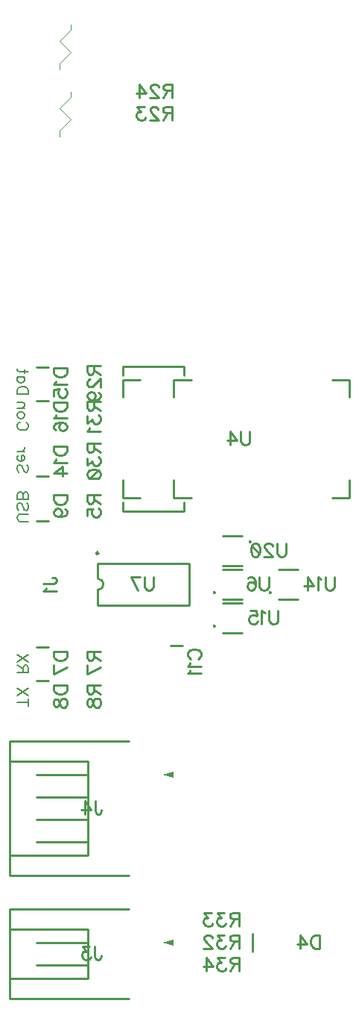
<source format=gbr>
G04 DipTrace 2.1.0.5*
%INBottom Silk.gbr*%
%MOIN*%
%ADD10C,0.0098*%
%ADD11C,0.0055*%
%ADD12C,0.003*%
%ADD13C,0.05*%
%ADD14C,0.025*%
%ADD15C,0.0125*%
%ADD16C,0.02*%
%ADD17C,0.1*%
%ADD18C,0.01*%
%ADD19C,0.0013*%
%ADD20C,0.15*%
%ADD21C,0.0039*%
%ADD22R,0.0591X0.0591*%
%ADD23C,0.0591*%
%ADD24R,0.0512X0.0591*%
%ADD25R,0.0591X0.0512*%
%ADD26R,0.063X0.0709*%
%ADD27C,0.0984*%
%ADD28R,0.0665X0.0665*%
%ADD29C,0.0665*%
%ADD30C,0.1874*%
%ADD31R,0.0394X0.0748*%
%ADD32R,0.0866X0.0551*%
%ADD33R,0.0354X0.0551*%
%ADD34C,0.0591*%
%ADD35C,0.0512*%
%ADD36R,0.0886X0.0197*%
%ADD37R,0.1378X0.0807*%
%ADD38R,0.1535X0.0807*%
%ADD39R,0.1181X0.0433*%
%ADD40R,0.0787X0.1181*%
%ADD41R,0.0394X0.1181*%
%ADD42R,0.165X0.0701*%
%ADD43R,0.1732X0.1358*%
%ADD44C,0.085*%
%ADD45C,0.0079*%
%ADD46R,0.063X0.063*%
%ADD47C,0.063*%
%ADD48C,0.22*%
%ADD49R,0.0374X0.0354*%
%ADD50R,0.0433X0.0394*%
%ADD51C,0.06*%
%ADD52R,0.0512X0.0512*%
%ADD53C,0.0709*%
%ADD54R,0.0748X0.0591*%
%ADD55C,0.063*%
%ADD56C,0.0669*%
%ADD57R,0.0315X0.0512*%
%ADD58R,0.0512X0.0315*%
%ADD59R,0.0512X0.0236*%
%ADD60C,0.0142*%
%ADD61R,0.0315X0.0217*%
%ADD62R,0.0138X0.0571*%
%ADD63R,0.0315X0.0354*%
%ADD64R,0.0669X0.0598*%
%ADD65C,0.0551*%
%ADD66C,0.0827*%
%ADD67C,0.1181*%
%ADD68C,0.126*%
%ADD69C,0.1772*%
%ADD70R,0.0669X0.0394*%
%ADD71C,0.04*%
%ADD72C,0.0191*%
%ADD73C,0.0354*%
%ADD74C,0.0394*%
%ADD75C,0.0429*%
%ADD76C,0.1283*%
%ADD77C,0.0469*%
%ADD78C,0.13*%
%ADD79C,0.038*%
%ADD80C,0.0315*%
%ADD81C,0.0276*%
%ADD82C,0.0906*%
%ADD83C,0.1181*%
%ADD84C,0.0479*%
%ADD85C,0.0321*%
%ADD86R,0.0748X0.0472*%
%ADD87R,0.0591X0.0315*%
%ADD88C,0.185*%
%ADD89C,0.1693*%
%ADD90C,0.1339*%
%ADD91C,0.1102*%
%ADD92C,0.0906*%
%ADD93C,0.0748*%
%ADD94C,0.0472*%
%ADD95R,0.0748X0.0677*%
%ADD96R,0.0591X0.052*%
%ADD97R,0.0394X0.0433*%
%ADD98R,0.0236X0.0276*%
%ADD99R,0.0217X0.065*%
%ADD100R,0.0059X0.0492*%
%ADD101R,0.0394X0.0295*%
%ADD102R,0.0236X0.0138*%
%ADD103R,0.0433X0.0157*%
%ADD104R,0.0591X0.0394*%
%ADD105R,0.0433X0.0236*%
%ADD106R,0.0394X0.0591*%
%ADD107R,0.0236X0.0433*%
%ADD108C,0.0748*%
%ADD109C,0.0551*%
%ADD110R,0.0827X0.0669*%
%ADD111R,0.0669X0.0512*%
%ADD112C,0.0787*%
%ADD113R,0.0433X0.0433*%
%ADD114C,0.0679*%
%ADD115C,0.0521*%
%ADD116R,0.0512X0.0472*%
%ADD117R,0.0354X0.0315*%
%ADD118R,0.0453X0.0433*%
%ADD119R,0.0295X0.0276*%
%ADD120C,0.2279*%
%ADD121C,0.2121*%
%ADD122C,0.0709*%
%ADD123R,0.0709X0.0709*%
%ADD124R,0.0551X0.0551*%
%ADD125C,0.0929*%
%ADD126C,0.0772*%
%ADD127R,0.1811X0.1437*%
%ADD128R,0.1654X0.128*%
%ADD129R,0.1728X0.078*%
%ADD130R,0.1571X0.0622*%
%ADD131R,0.0472X0.126*%
%ADD132R,0.0315X0.1102*%
%ADD133R,0.0866X0.126*%
%ADD134R,0.0709X0.1102*%
%ADD135R,0.126X0.0512*%
%ADD136R,0.1102X0.0354*%
%ADD137R,0.1614X0.0886*%
%ADD138R,0.1457X0.0728*%
%ADD139R,0.1457X0.0886*%
%ADD140R,0.1299X0.0728*%
%ADD141R,0.0965X0.0276*%
%ADD142R,0.0807X0.0118*%
%ADD143C,0.0433*%
%ADD144C,0.0669*%
%ADD145C,0.0512*%
%ADD146R,0.0433X0.063*%
%ADD147R,0.0276X0.0472*%
%ADD148R,0.0945X0.063*%
%ADD149R,0.0787X0.0472*%
%ADD150R,0.0472X0.0827*%
%ADD151R,0.0315X0.0669*%
%ADD152C,0.1953*%
%ADD153C,0.1795*%
%ADD154C,0.0744*%
%ADD155C,0.0587*%
%ADD156R,0.0744X0.0744*%
%ADD157R,0.0587X0.0587*%
%ADD158C,0.1063*%
%ADD159R,0.0709X0.0787*%
%ADD160R,0.0551X0.063*%
%ADD161R,0.0669X0.0591*%
%ADD162R,0.0512X0.0433*%
%ADD163R,0.0591X0.0669*%
%ADD164R,0.0433X0.0512*%
%ADD165R,0.0669X0.0669*%
%ADD166C,0.0093*%
%ADD167C,0.0077*%
%ADD168C,0.0154*%
%ADD169C,0.0124*%
%FSLAX44Y44*%
%SFA1B1*%
%OFA0B0*%
G04*
G70*
G90*
G75*
G01*
%LNBotSilk*%
%LPD*%
X7756Y19248D2*
D10*
X7244D1*
X10898Y6394D2*
Y5606D1*
X1244Y19188D2*
X1756D1*
X1244Y17688D2*
X1756D1*
Y24812D2*
X1244D1*
X1756Y26812D2*
X1244D1*
Y31688D2*
X1756D1*
X1244Y30188D2*
X1756D1*
X5381Y7500D2*
X31D1*
Y3500D1*
X5381D1*
X31Y6600D2*
X3531D1*
Y4400D1*
X31D1*
X3531Y6000D2*
X1232D1*
X3531Y5000D2*
X1232D1*
G36*
X7353Y5875D2*
Y6125D1*
X6853Y5999D1*
X7353Y5875D1*
G37*
X5381Y15000D2*
D10*
X31D1*
Y9000D1*
X5381D1*
X31Y14100D2*
X3531D1*
Y9900D1*
X31D1*
X3531Y12500D2*
X1232D1*
X3531Y13500D2*
X1232D1*
X3531Y11500D2*
X1232D1*
X3531Y10500D2*
X1232D1*
G36*
X7353Y13374D2*
Y13625D1*
X6853Y13499D1*
X7353Y13374D1*
G37*
X14452Y31138D2*
D10*
X15240D1*
Y30350D1*
Y26650D2*
Y25862D1*
X14452D1*
X5870Y31138D2*
X5083D1*
Y30350D1*
X5870Y25862D2*
X5083D1*
Y26650D1*
X8153Y31138D2*
X7366D1*
Y30350D1*
Y26650D2*
Y25862D1*
X8153D1*
X5083Y31334D2*
Y31728D1*
X7839D1*
Y31334D1*
X5083Y25666D2*
Y25272D1*
X7839D1*
Y25666D1*
X9567Y21331D2*
X10433D1*
X9567Y22669D2*
X10433D1*
D60*
X9213Y21614D3*
X3951Y23329D2*
D10*
G02X3951Y23329I0J59D01*
G01*
X3979Y22251D2*
G02X3979Y21749I-1J-251D01*
G01*
Y22944D2*
Y22251D1*
Y21749D2*
Y21056D1*
X8054Y22944D2*
Y21056D1*
Y22944D2*
X3979D1*
X8054Y21056D2*
X3979D1*
X12067Y21331D2*
X12933D1*
X12067Y22669D2*
X12933D1*
D60*
X11713Y21614D3*
X9567Y19831D2*
D10*
X10433D1*
X9567Y21169D2*
X10433D1*
D60*
X9213Y20114D3*
X10433Y24169D2*
D10*
X9567D1*
X10433Y22831D2*
X9567D1*
D60*
X10787Y23886D3*
X2750Y44000D2*
D19*
Y43750D1*
X2250Y43250D1*
X2750Y42750D1*
X2250Y42250D1*
Y42000D1*
X2750Y47000D2*
Y46750D1*
X2250Y46250D1*
X2750Y45750D1*
X2250Y45250D1*
Y45000D1*
X8142Y18673D2*
D166*
X8085Y18702D1*
D2*
X8027Y18759D1*
D2*
X7999Y18816D1*
D2*
Y18931D1*
D2*
X8027Y18989D1*
D2*
X8085Y19046D1*
D2*
X8142Y19075D1*
D2*
X8228Y19103D1*
D2*
X8372D1*
D2*
X8458Y19075D1*
D2*
X8515Y19046D1*
D2*
X8572Y18989D1*
D2*
X8602Y18931D1*
D2*
Y18816D1*
D2*
X8572Y18759D1*
D2*
X8515Y18702D1*
D2*
X8458Y18673D1*
X8114Y18488D2*
X8085Y18430D1*
D2*
X7999Y18344D1*
D2*
X8602D1*
X8114Y18159D2*
X8085Y18101D1*
D2*
X7999Y18015D1*
D2*
X8602D1*
X13910Y6338D2*
Y5735D1*
D2*
X13709D1*
D2*
X13623Y5764D1*
D2*
X13566Y5821D1*
D2*
X13537Y5879D1*
D2*
X13508Y5964D1*
D2*
Y6108D1*
D2*
X13537Y6194D1*
D2*
X13566Y6251D1*
D2*
X13623Y6309D1*
D2*
X13709Y6338D1*
D2*
X13910D1*
X13036Y5735D2*
Y6337D1*
D2*
X13323Y5936D1*
D2*
X12893D1*
X1999Y18994D2*
X2602D1*
D2*
Y18793D1*
D2*
X2572Y18707D1*
D2*
X2515Y18650D1*
D2*
X2458Y18621D1*
D2*
X2372Y18593D1*
D2*
X2228D1*
D2*
X2142Y18621D1*
D2*
X2085Y18650D1*
D2*
X2027Y18707D1*
D2*
X1999Y18793D1*
D2*
Y18994D1*
X2602Y18293D2*
X1999Y18005D1*
D2*
Y18407D1*
Y17494D2*
X2602D1*
D2*
Y17293D1*
D2*
X2572Y17207D1*
D2*
X2515Y17149D1*
D2*
X2458Y17121D1*
D2*
X2372Y17092D1*
D2*
X2228D1*
D2*
X2142Y17121D1*
D2*
X2085Y17149D1*
D2*
X2027Y17207D1*
D2*
X1999Y17293D1*
D2*
Y17494D1*
Y16764D2*
X2028Y16849D1*
D2*
X2085Y16878D1*
D2*
X2143D1*
D2*
X2200Y16849D1*
D2*
X2229Y16792D1*
D2*
X2257Y16677D1*
D2*
X2286Y16591D1*
D2*
X2344Y16534D1*
D2*
X2401Y16506D1*
D2*
X2487D1*
D2*
X2544Y16534D1*
D2*
X2573Y16563D1*
D2*
X2602Y16649D1*
D2*
Y16764D1*
D2*
X2573Y16849D1*
D2*
X2544Y16878D1*
D2*
X2487Y16907D1*
D2*
X2401D1*
D2*
X2344Y16878D1*
D2*
X2286Y16821D1*
D2*
X2257Y16735D1*
D2*
X2229Y16620D1*
D2*
X2200Y16563D1*
D2*
X2143Y16534D1*
D2*
X2085D1*
D2*
X2028Y16563D1*
D2*
X1999Y16649D1*
D2*
Y16764D1*
Y25980D2*
X2602D1*
D2*
Y25779D1*
D2*
X2572Y25693D1*
D2*
X2515Y25636D1*
D2*
X2458Y25607D1*
D2*
X2372Y25578D1*
D2*
X2228D1*
D2*
X2142Y25607D1*
D2*
X2085Y25636D1*
D2*
X2027Y25693D1*
D2*
X1999Y25779D1*
D2*
Y25980D1*
X2200Y25020D2*
X2286Y25049D1*
D2*
X2344Y25106D1*
D2*
X2372Y25192D1*
D2*
Y25221D1*
D2*
X2344Y25307D1*
D2*
X2286Y25364D1*
D2*
X2200Y25393D1*
D2*
X2171D1*
D2*
X2085Y25364D1*
D2*
X2028Y25307D1*
D2*
X1999Y25221D1*
D2*
Y25192D1*
D2*
X2028Y25106D1*
D2*
X2085Y25049D1*
D2*
X2200Y25020D1*
D2*
X2344D1*
D2*
X2487Y25049D1*
D2*
X2573Y25106D1*
D2*
X2602Y25192D1*
D2*
Y25249D1*
D2*
X2573Y25336D1*
D2*
X2515Y25364D1*
X1999Y28174D2*
X2602D1*
D2*
Y27973D1*
D2*
X2572Y27886D1*
D2*
X2515Y27829D1*
D2*
X2458Y27800D1*
D2*
X2372Y27772D1*
D2*
X2228D1*
D2*
X2142Y27800D1*
D2*
X2085Y27829D1*
D2*
X2027Y27886D1*
D2*
X1999Y27973D1*
D2*
Y28174D1*
X2114Y27586D2*
X2085Y27529D1*
D2*
X1999Y27442D1*
D2*
X2602D1*
Y26970D2*
X1999D1*
D2*
X2401Y27257D1*
D2*
Y26827D1*
X1999Y31659D2*
X2602D1*
D2*
Y31458D1*
D2*
X2572Y31372D1*
D2*
X2515Y31314D1*
D2*
X2458Y31286D1*
D2*
X2372Y31257D1*
D2*
X2228D1*
D2*
X2142Y31286D1*
D2*
X2085Y31314D1*
D2*
X2027Y31372D1*
D2*
X1999Y31458D1*
D2*
Y31659D1*
X2114Y31072D2*
X2085Y31014D1*
D2*
X1999Y30928D1*
D2*
X2602D1*
X1999Y30398D2*
Y30685D1*
D2*
X2257Y30713D1*
D2*
X2229Y30685D1*
D2*
X2200Y30599D1*
D2*
Y30513D1*
D2*
X2229Y30427D1*
D2*
X2286Y30369D1*
D2*
X2372Y30341D1*
D2*
X2429D1*
D2*
X2515Y30369D1*
D2*
X2573Y30427D1*
D2*
X2602Y30513D1*
D2*
Y30599D1*
D2*
X2573Y30685D1*
D2*
X2544Y30713D1*
D2*
X2487Y30743D1*
X1999Y30144D2*
X2602D1*
D2*
Y29943D1*
D2*
X2572Y29857D1*
D2*
X2515Y29800D1*
D2*
X2458Y29771D1*
D2*
X2372Y29743D1*
D2*
X2228D1*
D2*
X2142Y29771D1*
D2*
X2085Y29800D1*
D2*
X2027Y29857D1*
D2*
X1999Y29943D1*
D2*
Y30144D1*
X2114Y29557D2*
X2085Y29500D1*
D2*
X1999Y29413D1*
D2*
X2602D1*
X2085Y28884D2*
X2028Y28912D1*
D2*
X1999Y28999D1*
D2*
Y29056D1*
D2*
X2028Y29142D1*
D2*
X2114Y29200D1*
D2*
X2257Y29228D1*
D2*
X2401D1*
D2*
X2515Y29200D1*
D2*
X2573Y29142D1*
D2*
X2602Y29056D1*
D2*
Y29027D1*
D2*
X2573Y28942D1*
D2*
X2515Y28884D1*
D2*
X2429Y28855D1*
D2*
X2401D1*
D2*
X2314Y28884D1*
D2*
X2257Y28942D1*
D2*
X2229Y29027D1*
D2*
Y29056D1*
D2*
X2257Y29142D1*
D2*
X2314Y29200D1*
D2*
X2401Y29228D1*
X1536Y22021D2*
X1995D1*
D2*
X2082Y22050D1*
D2*
X2110Y22079D1*
D2*
X2139Y22136D1*
D2*
Y22193D1*
D2*
X2110Y22250D1*
D2*
X2082Y22279D1*
D2*
X1995Y22308D1*
D2*
X1938D1*
X1652Y21836D2*
X1623Y21778D1*
D2*
X1537Y21692D1*
D2*
X2139D1*
X3842Y5838D2*
Y5379D1*
D2*
X3871Y5292D1*
D2*
X3900Y5264D1*
D2*
X3957Y5235D1*
D2*
X4014D1*
D2*
X4072Y5264D1*
D2*
X4100Y5292D1*
D2*
X4129Y5379D1*
D2*
Y5436D1*
X3599Y5837D2*
X3284D1*
D2*
X3456Y5607D1*
D2*
X3370D1*
D2*
X3313Y5579D1*
D2*
X3284Y5550D1*
D2*
X3255Y5464D1*
D2*
Y5407D1*
D2*
X3284Y5321D1*
D2*
X3341Y5263D1*
D2*
X3427Y5235D1*
D2*
X3513D1*
D2*
X3599Y5263D1*
D2*
X3628Y5292D1*
D2*
X3657Y5349D1*
X3856Y12338D2*
Y11879D1*
D2*
X3885Y11792D1*
D2*
X3914Y11764D1*
D2*
X3971Y11735D1*
D2*
X4029D1*
D2*
X4086Y11764D1*
D2*
X4114Y11792D1*
D2*
X4143Y11879D1*
D2*
Y11936D1*
X3384Y11735D2*
Y12337D1*
D2*
X3671Y11936D1*
D2*
X3241D1*
X3786Y25995D2*
Y25737D1*
D2*
X3757Y25650D1*
D2*
X3728Y25621D1*
D2*
X3671Y25593D1*
D2*
X3614D1*
D2*
X3556Y25621D1*
D2*
X3527Y25650D1*
D2*
X3499Y25737D1*
D2*
Y25995D1*
D2*
X4102D1*
X3786Y25794D2*
X4102Y25593D1*
X3499Y25063D2*
Y25350D1*
D2*
X3757Y25378D1*
D2*
X3729Y25350D1*
D2*
X3700Y25263D1*
D2*
Y25178D1*
D2*
X3729Y25092D1*
D2*
X3786Y25034D1*
D2*
X3872Y25005D1*
D2*
X3929D1*
D2*
X4015Y25034D1*
D2*
X4073Y25092D1*
D2*
X4102Y25178D1*
D2*
Y25263D1*
D2*
X4073Y25350D1*
D2*
X4044Y25378D1*
D2*
X3987Y25407D1*
X3786Y18995D2*
Y18737D1*
D2*
X3757Y18650D1*
D2*
X3728Y18621D1*
D2*
X3671Y18593D1*
D2*
X3614D1*
D2*
X3556Y18621D1*
D2*
X3527Y18650D1*
D2*
X3499Y18737D1*
D2*
Y18995D1*
D2*
X4102D1*
X3786Y18794D2*
X4102Y18593D1*
Y18293D2*
X3499Y18005D1*
D2*
Y18407D1*
X3786Y17494D2*
Y17236D1*
D2*
X3757Y17150D1*
D2*
X3728Y17121D1*
D2*
X3671Y17092D1*
D2*
X3614D1*
D2*
X3556Y17121D1*
D2*
X3527Y17150D1*
D2*
X3499Y17236D1*
D2*
Y17494D1*
D2*
X4102D1*
X3786Y17293D2*
X4102Y17092D1*
X3499Y16764D2*
X3528Y16849D1*
D2*
X3585Y16879D1*
D2*
X3643D1*
D2*
X3700Y16849D1*
D2*
X3729Y16792D1*
D2*
X3757Y16678D1*
D2*
X3786Y16591D1*
D2*
X3844Y16534D1*
D2*
X3901Y16506D1*
D2*
X3987D1*
D2*
X4044Y16534D1*
D2*
X4073Y16563D1*
D2*
X4102Y16649D1*
D2*
Y16764D1*
D2*
X4073Y16849D1*
D2*
X4044Y16879D1*
D2*
X3987Y16907D1*
D2*
X3901D1*
D2*
X3844Y16879D1*
D2*
X3786Y16821D1*
D2*
X3757Y16735D1*
D2*
X3729Y16621D1*
D2*
X3700Y16563D1*
D2*
X3643Y16534D1*
D2*
X3585D1*
D2*
X3528Y16563D1*
D2*
X3499Y16649D1*
D2*
Y16764D1*
X7288Y43050D2*
X7030D1*
D2*
X6944Y43080D1*
D2*
X6915Y43108D1*
D2*
X6886Y43165D1*
D2*
Y43223D1*
D2*
X6915Y43280D1*
D2*
X6944Y43309D1*
D2*
X7030Y43338D1*
D2*
X7288D1*
D2*
Y42735D1*
X7087Y43050D2*
X6886Y42735D1*
X6672Y43194D2*
Y43222D1*
D2*
X6643Y43280D1*
D2*
X6615Y43308D1*
D2*
X6557Y43337D1*
D2*
X6442D1*
D2*
X6385Y43308D1*
D2*
X6357Y43280D1*
D2*
X6328Y43222D1*
D2*
Y43165D1*
D2*
X6357Y43107D1*
D2*
X6414Y43022D1*
D2*
X6701Y42735D1*
D2*
X6299D1*
X6056Y43337D2*
X5741D1*
D2*
X5913Y43107D1*
D2*
X5827D1*
D2*
X5770Y43079D1*
D2*
X5741Y43050D1*
D2*
X5712Y42964D1*
D2*
Y42907D1*
D2*
X5741Y42821D1*
D2*
X5798Y42763D1*
D2*
X5884Y42735D1*
D2*
X5971D1*
D2*
X6056Y42763D1*
D2*
X6085Y42792D1*
D2*
X6114Y42849D1*
X7302Y44050D2*
X7044D1*
D2*
X6958Y44080D1*
D2*
X6929Y44108D1*
D2*
X6900Y44165D1*
D2*
Y44223D1*
D2*
X6929Y44280D1*
D2*
X6958Y44309D1*
D2*
X7044Y44338D1*
D2*
X7302D1*
D2*
Y43735D1*
X7101Y44050D2*
X6900Y43735D1*
X6686Y44194D2*
Y44222D1*
D2*
X6658Y44280D1*
D2*
X6629Y44308D1*
D2*
X6571Y44337D1*
D2*
X6457D1*
D2*
X6400Y44308D1*
D2*
X6371Y44280D1*
D2*
X6342Y44222D1*
D2*
Y44165D1*
D2*
X6371Y44107D1*
D2*
X6428Y44022D1*
D2*
X6715Y43735D1*
D2*
X6313D1*
X5841D2*
Y44337D1*
D2*
X6128Y43936D1*
D2*
X5698D1*
X3786Y31774D2*
Y31516D1*
D2*
X3757Y31430D1*
D2*
X3728Y31400D1*
D2*
X3671Y31372D1*
D2*
X3614D1*
D2*
X3556Y31400D1*
D2*
X3527Y31430D1*
D2*
X3499Y31516D1*
D2*
Y31774D1*
D2*
X4102D1*
X3786Y31573D2*
X4102Y31372D1*
X3643Y31158D2*
X3614D1*
D2*
X3556Y31129D1*
D2*
X3528Y31100D1*
D2*
X3499Y31043D1*
D2*
Y30928D1*
D2*
X3528Y30871D1*
D2*
X3556Y30842D1*
D2*
X3614Y30813D1*
D2*
X3671D1*
D2*
X3729Y30842D1*
D2*
X3814Y30900D1*
D2*
X4102Y31187D1*
D2*
Y30785D1*
X3700Y30226D2*
X3786Y30255D1*
D2*
X3844Y30312D1*
D2*
X3872Y30399D1*
D2*
Y30427D1*
D2*
X3844Y30513D1*
D2*
X3786Y30570D1*
D2*
X3700Y30600D1*
D2*
X3671D1*
D2*
X3585Y30570D1*
D2*
X3528Y30513D1*
D2*
X3499Y30427D1*
D2*
Y30399D1*
D2*
X3528Y30312D1*
D2*
X3585Y30255D1*
D2*
X3700Y30226D1*
D2*
X3844D1*
D2*
X3987Y30255D1*
D2*
X4073Y30312D1*
D2*
X4102Y30399D1*
D2*
Y30456D1*
D2*
X4073Y30542D1*
D2*
X4015Y30570D1*
X3786Y28288D2*
Y28030D1*
D2*
X3757Y27944D1*
D2*
X3728Y27915D1*
D2*
X3671Y27886D1*
D2*
X3614D1*
D2*
X3556Y27915D1*
D2*
X3527Y27944D1*
D2*
X3499Y28030D1*
D2*
Y28288D1*
D2*
X4102D1*
X3786Y28087D2*
X4102Y27886D1*
X3499Y27643D2*
Y27328D1*
D2*
X3729Y27500D1*
D2*
Y27414D1*
D2*
X3757Y27357D1*
D2*
X3786Y27328D1*
D2*
X3872Y27299D1*
D2*
X3929D1*
D2*
X4015Y27328D1*
D2*
X4073Y27385D1*
D2*
X4102Y27471D1*
D2*
Y27558D1*
D2*
X4073Y27643D1*
D2*
X4044Y27672D1*
D2*
X3987Y27701D1*
X3499Y26941D2*
X3528Y27028D1*
D2*
X3614Y27085D1*
D2*
X3757Y27114D1*
D2*
X3844D1*
D2*
X3987Y27085D1*
D2*
X4073Y27028D1*
D2*
X4102Y26941D1*
D2*
Y26884D1*
D2*
X4073Y26798D1*
D2*
X3987Y26741D1*
D2*
X3844Y26712D1*
D2*
X3757D1*
D2*
X3614Y26741D1*
D2*
X3528Y26798D1*
D2*
X3499Y26884D1*
D2*
Y26941D1*
X3614Y26741D2*
X3987Y27085D1*
X3786Y30159D2*
Y29901D1*
D2*
X3757Y29815D1*
D2*
X3728Y29786D1*
D2*
X3671Y29757D1*
D2*
X3614D1*
D2*
X3556Y29786D1*
D2*
X3527Y29815D1*
D2*
X3499Y29901D1*
D2*
Y30159D1*
D2*
X4102D1*
X3786Y29958D2*
X4102Y29757D1*
X3499Y29514D2*
Y29199D1*
D2*
X3729Y29371D1*
D2*
Y29285D1*
D2*
X3757Y29228D1*
D2*
X3786Y29199D1*
D2*
X3872Y29170D1*
D2*
X3929D1*
D2*
X4015Y29199D1*
D2*
X4073Y29256D1*
D2*
X4102Y29342D1*
D2*
Y29429D1*
D2*
X4073Y29514D1*
D2*
X4044Y29543D1*
D2*
X3987Y29572D1*
X3614Y28985D2*
X3585Y28927D1*
D2*
X3499Y28841D1*
D2*
X4102D1*
X10288Y6050D2*
X10030D1*
D2*
X9944Y6080D1*
D2*
X9915Y6108D1*
D2*
X9886Y6165D1*
D2*
Y6223D1*
D2*
X9915Y6280D1*
D2*
X9944Y6309D1*
D2*
X10030Y6338D1*
D2*
X10288D1*
D2*
Y5735D1*
X10087Y6050D2*
X9886Y5735D1*
X9643Y6337D2*
X9328D1*
D2*
X9500Y6107D1*
D2*
X9414D1*
D2*
X9357Y6079D1*
D2*
X9328Y6050D1*
D2*
X9299Y5964D1*
D2*
Y5907D1*
D2*
X9328Y5821D1*
D2*
X9385Y5763D1*
D2*
X9471Y5735D1*
D2*
X9558D1*
D2*
X9643Y5763D1*
D2*
X9672Y5792D1*
D2*
X9701Y5849D1*
X9085Y6194D2*
Y6222D1*
D2*
X9056Y6280D1*
D2*
X9028Y6308D1*
D2*
X8970Y6337D1*
D2*
X8855D1*
D2*
X8798Y6308D1*
D2*
X8770Y6280D1*
D2*
X8740Y6222D1*
D2*
Y6165D1*
D2*
X8770Y6107D1*
D2*
X8827Y6022D1*
D2*
X9114Y5735D1*
D2*
X8712D1*
X10288Y7050D2*
X10030D1*
D2*
X9944Y7080D1*
D2*
X9915Y7108D1*
D2*
X9886Y7165D1*
D2*
Y7223D1*
D2*
X9915Y7280D1*
D2*
X9944Y7309D1*
D2*
X10030Y7338D1*
D2*
X10288D1*
D2*
Y6735D1*
X10087Y7050D2*
X9886Y6735D1*
X9643Y7337D2*
X9328D1*
D2*
X9500Y7107D1*
D2*
X9414D1*
D2*
X9357Y7079D1*
D2*
X9328Y7050D1*
D2*
X9299Y6964D1*
D2*
Y6907D1*
D2*
X9328Y6821D1*
D2*
X9385Y6763D1*
D2*
X9471Y6735D1*
D2*
X9558D1*
D2*
X9643Y6763D1*
D2*
X9672Y6792D1*
D2*
X9701Y6849D1*
X9056Y7337D2*
X8741D1*
D2*
X8913Y7107D1*
D2*
X8827D1*
D2*
X8770Y7079D1*
D2*
X8741Y7050D1*
D2*
X8712Y6964D1*
D2*
Y6907D1*
D2*
X8741Y6821D1*
D2*
X8798Y6763D1*
D2*
X8884Y6735D1*
D2*
X8971D1*
D2*
X9056Y6763D1*
D2*
X9085Y6792D1*
D2*
X9114Y6849D1*
X10302Y5050D2*
X10044D1*
D2*
X9958Y5080D1*
D2*
X9929Y5108D1*
D2*
X9900Y5165D1*
D2*
Y5223D1*
D2*
X9929Y5280D1*
D2*
X9958Y5309D1*
D2*
X10044Y5338D1*
D2*
X10302D1*
D2*
Y4735D1*
X10101Y5050D2*
X9900Y4735D1*
X9658Y5337D2*
X9342D1*
D2*
X9514Y5107D1*
D2*
X9428D1*
D2*
X9371Y5079D1*
D2*
X9342Y5050D1*
D2*
X9313Y4964D1*
D2*
Y4907D1*
D2*
X9342Y4821D1*
D2*
X9400Y4763D1*
D2*
X9486Y4735D1*
D2*
X9572D1*
D2*
X9658Y4763D1*
D2*
X9686Y4792D1*
D2*
X9715Y4849D1*
X8841Y4735D2*
Y5337D1*
D2*
X9128Y4936D1*
D2*
X8698D1*
X10779Y28838D2*
Y28407D1*
D2*
X10750Y28321D1*
D2*
X10692Y28264D1*
D2*
X10606Y28235D1*
D2*
X10549D1*
D2*
X10463Y28264D1*
D2*
X10405Y28321D1*
D2*
X10377Y28407D1*
D2*
Y28838D1*
X9904Y28235D2*
Y28837D1*
D2*
X10191Y28436D1*
D2*
X9761D1*
X11616Y22338D2*
Y21907D1*
D2*
X11587Y21821D1*
D2*
X11530Y21764D1*
D2*
X11443Y21735D1*
D2*
X11386D1*
D2*
X11300Y21764D1*
D2*
X11242Y21821D1*
D2*
X11214Y21907D1*
D2*
Y22338D1*
X10684Y22251D2*
X10713Y22308D1*
D2*
X10799Y22337D1*
D2*
X10856D1*
D2*
X10942Y22308D1*
D2*
X11000Y22222D1*
D2*
X11029Y22079D1*
D2*
Y21936D1*
D2*
X11000Y21821D1*
D2*
X10942Y21763D1*
D2*
X10856Y21735D1*
D2*
X10828D1*
D2*
X10742Y21763D1*
D2*
X10684Y21821D1*
D2*
X10656Y21907D1*
D2*
Y21936D1*
D2*
X10684Y22022D1*
D2*
X10742Y22079D1*
D2*
X10828Y22107D1*
D2*
X10856D1*
D2*
X10942Y22079D1*
D2*
X11000Y22022D1*
D2*
X11029Y21936D1*
X6468Y22338D2*
Y21907D1*
D2*
X6439Y21821D1*
D2*
X6382Y21764D1*
D2*
X6295Y21735D1*
D2*
X6238D1*
D2*
X6152Y21764D1*
D2*
X6094Y21821D1*
D2*
X6066Y21907D1*
D2*
Y22338D1*
X5766Y21735D2*
X5479Y22337D1*
D2*
X5881D1*
X14559Y22338D2*
Y21907D1*
D2*
X14531Y21821D1*
D2*
X14473Y21764D1*
D2*
X14387Y21735D1*
D2*
X14330D1*
D2*
X14244Y21764D1*
D2*
X14186Y21821D1*
D2*
X14157Y21907D1*
D2*
Y22338D1*
X13972Y22222D2*
X13914Y22251D1*
D2*
X13828Y22337D1*
D2*
Y21735D1*
X13356D2*
Y22337D1*
D2*
X13643Y21936D1*
D2*
X13212D1*
X12045Y20838D2*
Y20407D1*
D2*
X12016Y20321D1*
D2*
X11959Y20264D1*
D2*
X11873Y20235D1*
D2*
X11815D1*
D2*
X11729Y20264D1*
D2*
X11672Y20321D1*
D2*
X11643Y20407D1*
D2*
Y20838D1*
X11458Y20722D2*
X11400Y20751D1*
D2*
X11314Y20837D1*
D2*
Y20235D1*
X10784Y20837D2*
X11071D1*
D2*
X11099Y20579D1*
D2*
X11071Y20607D1*
D2*
X10985Y20637D1*
D2*
X10899D1*
D2*
X10813Y20607D1*
D2*
X10755Y20550D1*
D2*
X10727Y20464D1*
D2*
Y20407D1*
D2*
X10755Y20321D1*
D2*
X10813Y20263D1*
D2*
X10899Y20235D1*
D2*
X10985D1*
D2*
X11071Y20263D1*
D2*
X11099Y20292D1*
D2*
X11129Y20349D1*
X12402Y23838D2*
Y23407D1*
D2*
X12374Y23321D1*
D2*
X12316Y23264D1*
D2*
X12230Y23235D1*
D2*
X12173D1*
D2*
X12087Y23264D1*
D2*
X12029Y23321D1*
D2*
X12000Y23407D1*
D2*
Y23838D1*
X11786Y23694D2*
Y23722D1*
D2*
X11757Y23780D1*
D2*
X11729Y23808D1*
D2*
X11671Y23837D1*
D2*
X11556D1*
D2*
X11499Y23808D1*
D2*
X11471Y23780D1*
D2*
X11442Y23722D1*
D2*
Y23665D1*
D2*
X11471Y23607D1*
D2*
X11528Y23522D1*
D2*
X11815Y23235D1*
D2*
X11413D1*
X11056Y23837D2*
X11142Y23808D1*
D2*
X11199Y23722D1*
D2*
X11228Y23579D1*
D2*
Y23493D1*
D2*
X11199Y23349D1*
D2*
X11142Y23263D1*
D2*
X11056Y23235D1*
D2*
X10998D1*
D2*
X10912Y23263D1*
D2*
X10855Y23349D1*
D2*
X10826Y23493D1*
D2*
Y23579D1*
D2*
X10855Y23722D1*
D2*
X10912Y23808D1*
D2*
X10998Y23837D1*
D2*
X11056D1*
X10855Y23722D2*
X11199Y23349D1*
X798Y27334D2*
D167*
X846Y27287D1*
D2*
X870Y27215D1*
D2*
Y27119D1*
D2*
X846Y27047D1*
D2*
X798Y26999D1*
D2*
X750D1*
D2*
X702Y27023D1*
D2*
X679Y27047D1*
D2*
X655Y27095D1*
D2*
X607Y27238D1*
D2*
X583Y27287D1*
D2*
X559Y27310D1*
D2*
X511Y27334D1*
D2*
X439D1*
D2*
X392Y27287D1*
D2*
X367Y27215D1*
D2*
Y27119D1*
D2*
X392Y27047D1*
D2*
X439Y26999D1*
X559Y27488D2*
Y27775D1*
D2*
X607D1*
D2*
X655Y27752D1*
D2*
X679Y27728D1*
D2*
X702Y27680D1*
D2*
Y27608D1*
D2*
X679Y27560D1*
D2*
X631Y27512D1*
D2*
X559Y27488D1*
D2*
X511D1*
D2*
X439Y27512D1*
D2*
X392Y27560D1*
D2*
X367Y27608D1*
D2*
Y27680D1*
D2*
X392Y27728D1*
D2*
X439Y27775D1*
X702Y27930D2*
X367D1*
X559D2*
X631Y27954D1*
D2*
X679Y28002D1*
D2*
X702Y28050D1*
D2*
Y28121D1*
X870Y24808D2*
X511D1*
D2*
X439Y24832D1*
D2*
X392Y24880D1*
D2*
X367Y24952D1*
D2*
Y24999D1*
D2*
X392Y25071D1*
D2*
X439Y25119D1*
D2*
X511Y25143D1*
D2*
X870D1*
X798Y25632D2*
X846Y25585D1*
D2*
X870Y25513D1*
D2*
Y25417D1*
D2*
X846Y25345D1*
D2*
X798Y25297D1*
D2*
X750D1*
D2*
X702Y25322D1*
D2*
X679Y25345D1*
D2*
X655Y25393D1*
D2*
X607Y25537D1*
D2*
X583Y25585D1*
D2*
X559Y25608D1*
D2*
X511Y25632D1*
D2*
X439D1*
D2*
X392Y25585D1*
D2*
X367Y25513D1*
D2*
Y25417D1*
D2*
X392Y25345D1*
D2*
X439Y25297D1*
X870Y25787D2*
X367D1*
D2*
Y26002D1*
D2*
X392Y26074D1*
D2*
X416Y26098D1*
D2*
X463Y26121D1*
D2*
X535D1*
D2*
X583Y26098D1*
D2*
X607Y26074D1*
D2*
X631Y26002D1*
D2*
X655Y26074D1*
D2*
X679Y26098D1*
D2*
X726Y26121D1*
D2*
X774D1*
D2*
X822Y26098D1*
D2*
X846Y26074D1*
D2*
X870Y26002D1*
D2*
Y25787D1*
X631D2*
Y26002D1*
Y18047D2*
Y18262D1*
D2*
X655Y18334D1*
D2*
X679Y18358D1*
D2*
X726Y18382D1*
D2*
X774D1*
D2*
X822Y18358D1*
D2*
X846Y18334D1*
D2*
X870Y18262D1*
D2*
Y18047D1*
D2*
X367D1*
X631Y18215D2*
X367Y18382D1*
X870Y18537D2*
X367Y18871D1*
X870D2*
X367Y18537D1*
X870Y16715D2*
X367D1*
X870Y16547D2*
Y16882D1*
Y17037D2*
X367Y17371D1*
X870D2*
X367Y17037D1*
X750Y29238D2*
X798Y29215D1*
D2*
X846Y29167D1*
D2*
X870Y29119D1*
D2*
Y29023D1*
D2*
X846Y28975D1*
D2*
X798Y28928D1*
D2*
X750Y28904D1*
D2*
X679Y28880D1*
D2*
X559D1*
D2*
X487Y28904D1*
D2*
X439Y28928D1*
D2*
X392Y28975D1*
D2*
X367Y29023D1*
D2*
Y29119D1*
D2*
X392Y29167D1*
D2*
X439Y29215D1*
D2*
X487Y29238D1*
X702Y29512D2*
X679Y29465D1*
D2*
X631Y29417D1*
D2*
X559Y29393D1*
D2*
X511D1*
D2*
X439Y29417D1*
D2*
X392Y29465D1*
D2*
X367Y29512D1*
D2*
Y29584D1*
D2*
X392Y29632D1*
D2*
X439Y29680D1*
D2*
X511Y29704D1*
D2*
X559D1*
D2*
X631Y29680D1*
D2*
X679Y29632D1*
D2*
X702Y29584D1*
D2*
Y29512D1*
Y29858D2*
X367D1*
X607D2*
X679Y29930D1*
D2*
X702Y29978D1*
D2*
Y30050D1*
D2*
X679Y30098D1*
D2*
X607Y30121D1*
D2*
X367D1*
X870Y30500D2*
X367D1*
D2*
Y30667D1*
D2*
X392Y30739D1*
D2*
X439Y30787D1*
D2*
X487Y30811D1*
D2*
X559Y30835D1*
D2*
X679D1*
D2*
X750Y30811D1*
D2*
X798Y30787D1*
D2*
X846Y30739D1*
D2*
X870Y30667D1*
D2*
Y30500D1*
X702Y31276D2*
X367D1*
X631D2*
X679Y31228D1*
D2*
X702Y31180D1*
D2*
Y31109D1*
D2*
X679Y31061D1*
D2*
X631Y31013D1*
D2*
X559Y30989D1*
D2*
X511D1*
D2*
X439Y31013D1*
D2*
X392Y31061D1*
D2*
X367Y31109D1*
D2*
Y31180D1*
D2*
X392Y31228D1*
D2*
X439Y31276D1*
X870Y31502D2*
X463D1*
D2*
X392Y31526D1*
D2*
X367Y31574D1*
D2*
Y31621D1*
X702Y31430D2*
Y31598D1*
M02*

</source>
